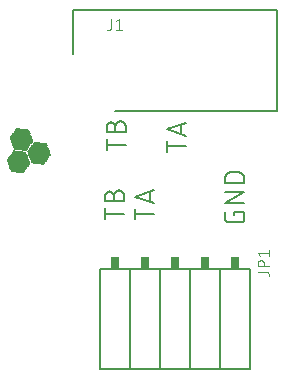
<source format=gbr>
G04 EAGLE Gerber RS-274X export*
G75*
%MOMM*%
%FSLAX34Y34*%
%LPD*%
%INSilkscreen Top*%
%IPPOS*%
%AMOC8*
5,1,8,0,0,1.08239X$1,22.5*%
G01*
%ADD10R,0.014731X0.014731*%
%ADD11R,0.147319X0.014731*%
%ADD12R,0.265175X0.014731*%
%ADD13R,0.383031X0.014731*%
%ADD14R,0.515619X0.014731*%
%ADD15R,0.633475X0.014731*%
%ADD16R,0.751331X0.014731*%
%ADD17R,0.883919X0.014731*%
%ADD18R,1.001775X0.014731*%
%ADD19R,1.119631X0.014731*%
%ADD20R,1.134363X0.014731*%
%ADD21R,1.149094X0.014731*%
%ADD22R,1.163825X0.014731*%
%ADD23R,1.178556X0.014731*%
%ADD24R,1.193288X0.014731*%
%ADD25R,1.222756X0.014731*%
%ADD26R,1.237488X0.014731*%
%ADD27R,1.266950X0.014731*%
%ADD28R,1.281681X0.014731*%
%ADD29R,1.311144X0.014731*%
%ADD30R,1.325881X0.014731*%
%ADD31R,1.355344X0.014731*%
%ADD32R,1.370075X0.014731*%
%ADD33R,1.384806X0.014731*%
%ADD34R,1.399538X0.014731*%
%ADD35R,1.414275X0.014731*%
%ADD36R,1.443738X0.014731*%
%ADD37R,1.458469X0.014731*%
%ADD38R,1.487931X0.014731*%
%ADD39R,1.502663X0.014731*%
%ADD40R,1.517394X0.014731*%
%ADD41R,1.532125X0.014731*%
%ADD42R,1.546856X0.014731*%
%ADD43R,1.576319X0.014731*%
%ADD44R,1.605788X0.014731*%
%ADD45R,1.620519X0.014731*%
%ADD46R,1.649981X0.014731*%
%ADD47R,1.664713X0.014731*%
%ADD48R,1.694175X0.014731*%
%ADD49R,1.708913X0.014731*%
%ADD50R,1.738375X0.014731*%
%ADD51R,1.753106X0.014731*%
%ADD52R,1.767838X0.014731*%
%ADD53R,1.782569X0.014731*%
%ADD54R,1.797306X0.014731*%
%ADD55R,0.117856X0.014731*%
%ADD56R,1.826769X0.014731*%
%ADD57R,0.235713X0.014731*%
%ADD58R,0.353569X0.014731*%
%ADD59R,1.856231X0.014731*%
%ADD60R,0.486156X0.014731*%
%ADD61R,1.870963X0.014731*%
%ADD62R,0.604013X0.014731*%
%ADD63R,0.721869X0.014731*%
%ADD64R,1.885694X0.014731*%
%ADD65R,0.839719X0.014731*%
%ADD66R,0.972306X0.014731*%
%ADD67R,1.090169X0.014731*%
%ADD68R,1.208025X0.014731*%
%ADD69R,1.252219X0.014731*%
%ADD70R,1.296412X0.014731*%
%ADD71R,1.340612X0.014731*%
%ADD72R,1.826763X0.014731*%
%ADD73R,1.414269X0.014731*%
%ADD74R,1.812031X0.014731*%
%ADD75R,1.429000X0.014731*%
%ADD76R,1.458462X0.014731*%
%ADD77R,1.473200X0.014731*%
%ADD78R,1.723644X0.014731*%
%ADD79R,1.694181X0.014731*%
%ADD80R,1.679450X0.014731*%
%ADD81R,1.561594X0.014731*%
%ADD82R,1.576325X0.014731*%
%ADD83R,1.591056X0.014731*%
%ADD84R,1.635250X0.014731*%
%ADD85R,1.561588X0.014731*%
%ADD86R,1.443731X0.014731*%
%ADD87R,1.797300X0.014731*%
%ADD88R,1.841500X0.014731*%
%ADD89R,1.311150X0.014731*%
%ADD90R,1.296419X0.014731*%
%ADD91R,1.193294X0.014731*%
%ADD92R,0.957575X0.014731*%
%ADD93R,0.589281X0.014731*%
%ADD94R,0.471425X0.014731*%
%ADD95R,0.220975X0.014731*%
%ADD96R,1.812038X0.014731*%
%ADD97R,0.103119X0.014731*%
%ADD98R,0.029463X0.014731*%
%ADD99R,0.162050X0.014731*%
%ADD100R,0.397763X0.014731*%
%ADD101R,0.648206X0.014731*%
%ADD102R,1.679444X0.014731*%
%ADD103R,1.016506X0.014731*%
%ADD104R,1.104900X0.014731*%
%ADD105R,1.222750X0.014731*%
%ADD106R,1.429006X0.014731*%
%ADD107R,1.208019X0.014731*%
%ADD108R,0.987044X0.014731*%
%ADD109R,0.854456X0.014731*%
%ADD110R,0.618744X0.014731*%
%ADD111R,0.500888X0.014731*%
%ADD112R,0.368300X0.014731*%
%ADD113R,0.132587X0.014731*%
%ADD114R,1.664719X0.014731*%
%ADD115R,1.075438X0.014731*%
%ADD116R,0.942844X0.014731*%
%ADD117R,0.707131X0.014731*%
%ADD118R,0.456694X0.014731*%
%ADD119R,0.088388X0.014731*%
%ADD120C,0.152400*%
%ADD121R,0.762000X1.016000*%
%ADD122C,0.101600*%
%ADD123C,0.200000*%
%ADD124C,0.076200*%


D10*
X-58588Y139299D03*
D11*
X-59103Y139446D03*
D12*
X-59693Y139593D03*
D13*
X-60135Y139741D03*
D14*
X-60650Y139888D03*
D15*
X-61092Y140035D03*
D16*
X-61681Y140183D03*
D17*
X-62197Y140330D03*
D18*
X-62639Y140477D03*
D19*
X-63081Y140625D03*
D20*
X-63155Y140772D03*
D21*
X-63081Y140919D03*
D22*
X-63007Y141067D03*
D23*
X-63081Y141214D03*
D24*
X-63007Y141361D03*
D25*
X-63007Y141508D03*
D26*
X-62934Y141656D03*
X-62934Y141803D03*
D27*
X-62934Y141950D03*
D28*
X-62860Y142098D03*
D29*
X-62860Y142245D03*
X-62860Y142392D03*
D30*
X-62786Y142540D03*
D31*
X-62786Y142687D03*
D32*
X-62713Y142834D03*
D33*
X-62786Y142982D03*
D34*
X-62713Y143129D03*
D35*
X-62639Y143276D03*
D36*
X-62639Y143424D03*
X-62639Y143571D03*
D37*
X-62565Y143718D03*
D38*
X-62565Y143866D03*
D39*
X-62492Y144013D03*
D40*
X-62565Y144160D03*
D41*
X-62492Y144308D03*
D42*
X-62418Y144455D03*
D43*
X-62418Y144602D03*
X-62418Y144750D03*
D44*
X-62418Y144897D03*
D45*
X-62344Y145044D03*
X-62344Y145191D03*
D46*
X-62344Y145339D03*
D47*
X-62271Y145486D03*
D48*
X-62271Y145633D03*
X-62271Y145781D03*
D49*
X-62197Y145928D03*
D50*
X-62197Y146075D03*
D51*
X-62123Y146223D03*
D52*
X-62197Y146370D03*
D53*
X-62123Y146517D03*
D54*
X-62050Y146665D03*
D55*
X-41572Y146665D03*
D56*
X-62050Y146812D03*
D57*
X-42161Y146812D03*
D56*
X-62050Y146959D03*
D58*
X-42603Y146959D03*
D59*
X-62050Y147107D03*
D60*
X-43119Y147107D03*
D61*
X-61976Y147254D03*
D62*
X-43561Y147254D03*
D61*
X-61976Y147401D03*
D63*
X-44150Y147401D03*
D64*
X-62050Y147549D03*
D65*
X-44592Y147549D03*
D64*
X-62050Y147696D03*
D66*
X-45108Y147696D03*
D61*
X-62123Y147843D03*
D67*
X-45550Y147843D03*
D64*
X-62197Y147991D03*
D19*
X-45697Y147991D03*
D64*
X-62197Y148138D03*
D21*
X-45697Y148138D03*
D64*
X-62344Y148285D03*
D22*
X-45624Y148285D03*
D64*
X-62344Y148433D03*
D23*
X-45550Y148433D03*
D61*
X-62418Y148580D03*
D24*
X-45624Y148580D03*
D64*
X-62492Y148727D03*
D68*
X-45550Y148727D03*
D64*
X-62492Y148874D03*
D26*
X-45550Y148874D03*
D64*
X-62639Y149022D03*
D69*
X-45476Y149022D03*
D64*
X-62639Y149169D03*
D69*
X-45476Y149169D03*
D61*
X-62713Y149316D03*
D28*
X-45476Y149316D03*
D64*
X-62786Y149464D03*
D70*
X-45403Y149464D03*
D64*
X-62786Y149611D03*
D30*
X-45403Y149611D03*
D64*
X-62934Y149758D03*
D30*
X-45403Y149758D03*
D64*
X-62934Y149906D03*
D71*
X-45329Y149906D03*
D61*
X-63007Y150053D03*
D32*
X-45329Y150053D03*
D59*
X-62934Y150200D03*
D33*
X-45255Y150200D03*
D59*
X-62934Y150348D03*
D34*
X-45329Y150348D03*
D72*
X-62934Y150495D03*
D73*
X-45255Y150495D03*
D74*
X-62860Y150642D03*
D75*
X-45182Y150642D03*
D53*
X-62860Y150790D03*
D76*
X-45182Y150790D03*
D53*
X-62860Y150937D03*
D76*
X-45182Y150937D03*
D52*
X-62786Y151084D03*
D77*
X-45108Y151084D03*
D50*
X-62786Y151232D03*
D39*
X-45108Y151232D03*
D78*
X-62713Y151379D03*
D39*
X-45108Y151379D03*
D49*
X-62786Y151526D03*
D41*
X-45108Y151526D03*
D79*
X-62713Y151674D03*
D42*
X-45034Y151674D03*
D80*
X-62639Y151821D03*
D81*
X-44961Y151821D03*
D46*
X-62639Y151968D03*
D82*
X-45034Y151968D03*
D46*
X-62639Y152116D03*
D83*
X-44961Y152116D03*
D84*
X-62565Y152263D03*
D45*
X-44961Y152263D03*
D44*
X-62565Y152410D03*
D84*
X-44887Y152410D03*
D44*
X-62565Y152557D03*
D84*
X-44887Y152557D03*
D82*
X-62565Y152705D03*
D47*
X-44887Y152705D03*
D85*
X-62492Y152852D03*
D80*
X-44813Y152852D03*
D42*
X-62418Y152999D03*
D49*
X-44813Y152999D03*
D41*
X-62492Y153147D03*
D49*
X-44813Y153147D03*
D40*
X-62418Y153294D03*
D78*
X-44740Y153294D03*
D38*
X-62418Y153441D03*
D51*
X-44740Y153441D03*
D77*
X-62344Y153589D03*
D52*
X-44666Y153589D03*
D77*
X-62344Y153736D03*
D53*
X-44740Y153736D03*
D86*
X-62344Y153883D03*
D87*
X-44666Y153883D03*
D75*
X-62271Y154031D03*
D74*
X-44592Y154031D03*
D34*
X-62271Y154178D03*
D88*
X-44592Y154178D03*
D34*
X-62271Y154325D03*
D88*
X-44592Y154325D03*
D33*
X-62197Y154473D03*
D61*
X-44592Y154473D03*
D31*
X-62197Y154620D03*
D64*
X-44519Y154620D03*
D71*
X-62123Y154767D03*
D61*
X-44592Y154767D03*
D30*
X-62197Y154915D03*
D64*
X-44666Y154915D03*
D89*
X-62123Y155062D03*
D64*
X-44666Y155062D03*
D90*
X-62050Y155209D03*
D61*
X-44740Y155209D03*
D27*
X-62050Y155357D03*
D64*
X-44813Y155357D03*
D27*
X-62050Y155504D03*
D64*
X-44813Y155504D03*
D69*
X-61976Y155651D03*
D64*
X-44961Y155651D03*
D25*
X-61976Y155799D03*
D64*
X-44961Y155799D03*
D68*
X-61902Y155946D03*
D61*
X-45034Y155946D03*
D91*
X-61976Y156093D03*
D64*
X-45108Y156093D03*
D23*
X-61902Y156240D03*
D64*
X-45108Y156240D03*
D22*
X-61829Y156388D03*
D64*
X-45255Y156388D03*
D21*
X-61902Y156535D03*
D64*
X-45255Y156535D03*
D20*
X-61829Y156682D03*
D61*
X-45329Y156682D03*
D67*
X-61902Y156830D03*
D64*
X-45403Y156830D03*
D92*
X-62418Y156977D03*
D64*
X-45403Y156977D03*
D65*
X-63007Y157124D03*
D64*
X-45550Y157124D03*
D63*
X-63449Y157272D03*
D64*
X-45550Y157272D03*
D93*
X-63965Y157419D03*
D59*
X-45550Y157419D03*
D94*
X-64407Y157566D03*
D88*
X-45476Y157566D03*
D58*
X-64996Y157714D03*
D88*
X-45476Y157714D03*
D95*
X-65512Y157861D03*
D96*
X-45476Y157861D03*
D97*
X-65954Y158008D03*
D54*
X-45403Y158008D03*
D98*
X-56157Y158156D03*
D53*
X-45476Y158156D03*
D99*
X-56673Y158303D03*
D52*
X-45403Y158303D03*
D12*
X-57188Y158450D03*
D51*
X-45329Y158450D03*
D100*
X-57704Y158598D03*
D78*
X-45329Y158598D03*
D14*
X-58146Y158745D03*
D78*
X-45329Y158745D03*
D101*
X-58661Y158892D03*
D79*
X-45329Y158892D03*
D16*
X-59177Y159040D03*
D102*
X-45255Y159040D03*
D17*
X-59693Y159187D03*
D47*
X-45182Y159187D03*
D103*
X-60208Y159334D03*
D46*
X-45255Y159334D03*
D104*
X-60650Y159482D03*
D84*
X-45182Y159482D03*
D20*
X-60650Y159629D03*
D45*
X-45108Y159629D03*
D21*
X-60576Y159776D03*
D83*
X-45108Y159776D03*
D22*
X-60503Y159923D03*
D83*
X-45108Y159923D03*
D23*
X-60576Y160071D03*
D85*
X-45108Y160071D03*
D24*
X-60503Y160218D03*
D42*
X-45034Y160218D03*
D105*
X-60503Y160365D03*
D41*
X-44961Y160365D03*
D26*
X-60429Y160513D03*
D40*
X-45034Y160513D03*
D26*
X-60429Y160660D03*
D39*
X-44961Y160660D03*
D27*
X-60429Y160807D03*
D77*
X-44961Y160807D03*
D28*
X-60356Y160955D03*
D37*
X-44887Y160955D03*
D29*
X-60356Y161102D03*
D37*
X-44887Y161102D03*
D29*
X-60356Y161249D03*
D106*
X-44887Y161249D03*
D30*
X-60282Y161397D03*
D73*
X-44813Y161397D03*
D31*
X-60282Y161544D03*
D33*
X-44813Y161544D03*
D32*
X-60208Y161691D03*
D33*
X-44813Y161691D03*
X-60282Y161839D03*
D32*
X-44740Y161839D03*
D34*
X-60208Y161986D03*
D71*
X-44740Y161986D03*
D73*
X-60135Y162133D03*
D71*
X-44740Y162133D03*
D36*
X-60135Y162281D03*
D89*
X-44740Y162281D03*
D36*
X-60135Y162428D03*
D70*
X-44666Y162428D03*
D77*
X-60135Y162575D03*
D28*
X-44592Y162575D03*
D38*
X-60061Y162723D03*
D27*
X-44666Y162723D03*
D39*
X-59987Y162870D03*
D69*
X-44592Y162870D03*
D40*
X-60061Y163017D03*
D25*
X-44592Y163017D03*
D41*
X-59987Y163165D03*
D107*
X-44519Y163165D03*
D85*
X-59987Y163312D03*
D107*
X-44519Y163312D03*
D43*
X-59914Y163459D03*
D23*
X-44519Y163459D03*
D43*
X-59914Y163606D03*
D22*
X-44445Y163606D03*
D44*
X-59914Y163754D03*
D21*
X-44371Y163754D03*
D45*
X-59840Y163901D03*
D20*
X-44445Y163901D03*
D45*
X-59840Y164048D03*
D104*
X-44445Y164048D03*
D46*
X-59840Y164196D03*
D108*
X-44887Y164196D03*
D47*
X-59766Y164343D03*
D109*
X-45403Y164343D03*
D48*
X-59766Y164490D03*
D16*
X-45918Y164490D03*
D48*
X-59766Y164638D03*
D110*
X-46434Y164638D03*
D49*
X-59693Y164785D03*
D111*
X-46876Y164785D03*
D50*
X-59693Y164932D03*
D112*
X-47391Y164932D03*
D51*
X-59619Y165080D03*
D12*
X-47907Y165080D03*
D52*
X-59693Y165227D03*
D113*
X-48423Y165227D03*
D53*
X-59619Y165374D03*
D10*
X-48865Y165374D03*
D54*
X-59545Y165522D03*
D56*
X-59545Y165669D03*
X-59545Y165816D03*
D59*
X-59545Y165964D03*
D61*
X-59472Y166111D03*
X-59472Y166258D03*
D64*
X-59545Y166406D03*
X-59545Y166553D03*
X-59693Y166700D03*
X-59693Y166848D03*
D61*
X-59766Y166995D03*
D64*
X-59840Y167142D03*
X-59840Y167289D03*
X-59987Y167437D03*
X-59987Y167584D03*
D61*
X-60061Y167731D03*
D64*
X-60135Y167879D03*
X-60135Y168026D03*
D61*
X-60208Y168173D03*
D64*
X-60282Y168321D03*
X-60282Y168468D03*
X-60429Y168615D03*
X-60429Y168763D03*
D61*
X-60503Y168910D03*
D59*
X-60429Y169057D03*
X-60429Y169205D03*
D72*
X-60429Y169352D03*
D74*
X-60356Y169499D03*
D53*
X-60356Y169647D03*
X-60356Y169794D03*
D52*
X-60282Y169941D03*
D50*
X-60282Y170089D03*
D78*
X-60208Y170236D03*
D49*
X-60282Y170383D03*
D79*
X-60208Y170531D03*
D80*
X-60135Y170678D03*
D114*
X-60208Y170825D03*
D46*
X-60135Y170972D03*
D45*
X-60135Y171120D03*
D44*
X-60061Y171267D03*
X-60061Y171414D03*
D82*
X-60061Y171562D03*
D85*
X-59987Y171709D03*
D41*
X-59987Y171856D03*
X-59987Y172004D03*
D40*
X-59914Y172151D03*
D38*
X-59914Y172298D03*
D77*
X-59840Y172446D03*
X-59840Y172593D03*
D86*
X-59840Y172740D03*
D75*
X-59766Y172888D03*
D34*
X-59766Y173035D03*
X-59766Y173182D03*
D33*
X-59693Y173330D03*
D31*
X-59693Y173477D03*
D71*
X-59619Y173624D03*
D30*
X-59693Y173772D03*
D89*
X-59619Y173919D03*
D90*
X-59545Y174066D03*
D27*
X-59545Y174214D03*
X-59545Y174361D03*
D26*
X-59545Y174508D03*
D25*
X-59472Y174655D03*
D68*
X-59398Y174803D03*
D91*
X-59472Y174950D03*
D23*
X-59398Y175097D03*
D21*
X-59398Y175245D03*
X-59398Y175392D03*
D20*
X-59324Y175539D03*
D115*
X-59472Y175687D03*
D116*
X-59987Y175834D03*
D65*
X-60503Y175981D03*
D117*
X-61018Y176129D03*
D93*
X-61460Y176276D03*
D118*
X-61976Y176423D03*
D58*
X-62492Y176571D03*
D95*
X-63007Y176718D03*
D119*
X-63523Y176865D03*
D120*
X10922Y105131D02*
X27178Y105131D01*
X10922Y100616D02*
X10922Y109647D01*
X18147Y115937D02*
X18147Y120452D01*
X18146Y120452D02*
X18148Y120585D01*
X18154Y120717D01*
X18164Y120849D01*
X18177Y120981D01*
X18195Y121113D01*
X18216Y121243D01*
X18241Y121374D01*
X18270Y121503D01*
X18303Y121631D01*
X18339Y121759D01*
X18379Y121885D01*
X18423Y122010D01*
X18471Y122134D01*
X18522Y122256D01*
X18577Y122377D01*
X18635Y122496D01*
X18697Y122614D01*
X18762Y122729D01*
X18831Y122843D01*
X18902Y122954D01*
X18978Y123063D01*
X19056Y123170D01*
X19137Y123275D01*
X19222Y123377D01*
X19309Y123477D01*
X19399Y123574D01*
X19492Y123669D01*
X19588Y123760D01*
X19686Y123849D01*
X19787Y123935D01*
X19891Y124018D01*
X19997Y124098D01*
X20105Y124174D01*
X20215Y124248D01*
X20328Y124318D01*
X20442Y124385D01*
X20559Y124448D01*
X20677Y124508D01*
X20797Y124565D01*
X20919Y124618D01*
X21042Y124667D01*
X21166Y124713D01*
X21292Y124755D01*
X21419Y124793D01*
X21547Y124828D01*
X21676Y124859D01*
X21805Y124886D01*
X21936Y124909D01*
X22067Y124929D01*
X22199Y124944D01*
X22331Y124956D01*
X22463Y124964D01*
X22596Y124968D01*
X22728Y124968D01*
X22861Y124964D01*
X22993Y124956D01*
X23125Y124944D01*
X23257Y124929D01*
X23388Y124909D01*
X23519Y124886D01*
X23648Y124859D01*
X23777Y124828D01*
X23905Y124793D01*
X24032Y124755D01*
X24158Y124713D01*
X24282Y124667D01*
X24405Y124618D01*
X24527Y124565D01*
X24647Y124508D01*
X24765Y124448D01*
X24882Y124385D01*
X24996Y124318D01*
X25109Y124248D01*
X25219Y124174D01*
X25327Y124098D01*
X25433Y124018D01*
X25537Y123935D01*
X25638Y123849D01*
X25736Y123760D01*
X25832Y123669D01*
X25925Y123574D01*
X26015Y123477D01*
X26102Y123377D01*
X26187Y123275D01*
X26268Y123170D01*
X26346Y123063D01*
X26422Y122954D01*
X26493Y122843D01*
X26562Y122729D01*
X26627Y122614D01*
X26689Y122496D01*
X26747Y122377D01*
X26802Y122256D01*
X26853Y122134D01*
X26901Y122010D01*
X26945Y121885D01*
X26985Y121759D01*
X27021Y121631D01*
X27054Y121503D01*
X27083Y121374D01*
X27108Y121243D01*
X27129Y121113D01*
X27147Y120981D01*
X27160Y120849D01*
X27170Y120717D01*
X27176Y120585D01*
X27178Y120452D01*
X27178Y115937D01*
X10922Y115937D01*
X10922Y120452D01*
X10924Y120571D01*
X10930Y120691D01*
X10940Y120810D01*
X10954Y120928D01*
X10971Y121047D01*
X10993Y121164D01*
X11018Y121281D01*
X11048Y121396D01*
X11081Y121511D01*
X11118Y121625D01*
X11158Y121737D01*
X11203Y121848D01*
X11251Y121957D01*
X11302Y122065D01*
X11357Y122171D01*
X11416Y122275D01*
X11478Y122377D01*
X11543Y122477D01*
X11612Y122575D01*
X11684Y122671D01*
X11759Y122764D01*
X11836Y122854D01*
X11917Y122942D01*
X12001Y123027D01*
X12088Y123109D01*
X12177Y123189D01*
X12269Y123265D01*
X12363Y123339D01*
X12460Y123409D01*
X12558Y123476D01*
X12659Y123540D01*
X12763Y123600D01*
X12868Y123657D01*
X12975Y123710D01*
X13083Y123760D01*
X13193Y123806D01*
X13305Y123848D01*
X13418Y123887D01*
X13532Y123922D01*
X13647Y123953D01*
X13764Y123981D01*
X13881Y124004D01*
X13998Y124024D01*
X14117Y124040D01*
X14236Y124052D01*
X14355Y124060D01*
X14474Y124064D01*
X14594Y124064D01*
X14713Y124060D01*
X14832Y124052D01*
X14951Y124040D01*
X15070Y124024D01*
X15187Y124004D01*
X15304Y123981D01*
X15421Y123953D01*
X15536Y123922D01*
X15650Y123887D01*
X15763Y123848D01*
X15875Y123806D01*
X15985Y123760D01*
X16093Y123710D01*
X16200Y123657D01*
X16305Y123600D01*
X16409Y123540D01*
X16510Y123476D01*
X16608Y123409D01*
X16705Y123339D01*
X16799Y123265D01*
X16891Y123189D01*
X16980Y123109D01*
X17067Y123027D01*
X17151Y122942D01*
X17232Y122854D01*
X17309Y122764D01*
X17384Y122671D01*
X17456Y122575D01*
X17525Y122477D01*
X17590Y122377D01*
X17652Y122275D01*
X17711Y122171D01*
X17766Y122065D01*
X17817Y121957D01*
X17865Y121848D01*
X17910Y121737D01*
X17950Y121625D01*
X17987Y121511D01*
X18020Y121396D01*
X18050Y121281D01*
X18075Y121164D01*
X18097Y121047D01*
X18114Y120928D01*
X18128Y120810D01*
X18138Y120691D01*
X18144Y120571D01*
X18146Y120452D01*
X36322Y104960D02*
X52578Y104960D01*
X36322Y100445D02*
X36322Y109476D01*
X36322Y119549D02*
X52578Y114131D01*
X52578Y124968D02*
X36322Y119549D01*
X48514Y123613D02*
X48514Y115485D01*
X119747Y106861D02*
X119747Y104152D01*
X119747Y106861D02*
X128778Y106861D01*
X128778Y101443D01*
X128776Y101325D01*
X128770Y101207D01*
X128761Y101089D01*
X128747Y100972D01*
X128730Y100855D01*
X128709Y100738D01*
X128684Y100623D01*
X128655Y100508D01*
X128622Y100394D01*
X128586Y100282D01*
X128546Y100171D01*
X128503Y100061D01*
X128456Y99952D01*
X128406Y99845D01*
X128351Y99740D01*
X128294Y99637D01*
X128233Y99536D01*
X128169Y99436D01*
X128102Y99339D01*
X128032Y99244D01*
X127958Y99152D01*
X127882Y99061D01*
X127802Y98974D01*
X127720Y98889D01*
X127635Y98807D01*
X127548Y98727D01*
X127457Y98651D01*
X127365Y98577D01*
X127270Y98507D01*
X127173Y98440D01*
X127073Y98376D01*
X126972Y98315D01*
X126869Y98258D01*
X126764Y98203D01*
X126657Y98153D01*
X126548Y98106D01*
X126438Y98063D01*
X126327Y98023D01*
X126215Y97987D01*
X126101Y97954D01*
X125986Y97925D01*
X125871Y97900D01*
X125754Y97879D01*
X125637Y97862D01*
X125520Y97848D01*
X125402Y97839D01*
X125284Y97833D01*
X125166Y97831D01*
X125166Y97830D02*
X116134Y97830D01*
X116016Y97832D01*
X115898Y97838D01*
X115780Y97847D01*
X115662Y97861D01*
X115545Y97878D01*
X115429Y97899D01*
X115314Y97924D01*
X115199Y97953D01*
X115085Y97986D01*
X114973Y98022D01*
X114861Y98062D01*
X114751Y98105D01*
X114643Y98152D01*
X114536Y98203D01*
X114431Y98257D01*
X114328Y98314D01*
X114226Y98375D01*
X114127Y98439D01*
X114030Y98506D01*
X113935Y98577D01*
X113842Y98650D01*
X113752Y98727D01*
X113664Y98806D01*
X113579Y98888D01*
X113497Y98973D01*
X113418Y99061D01*
X113341Y99151D01*
X113268Y99244D01*
X113197Y99338D01*
X113130Y99436D01*
X113066Y99535D01*
X113005Y99636D01*
X112948Y99740D01*
X112894Y99845D01*
X112843Y99952D01*
X112796Y100060D01*
X112753Y100170D01*
X112713Y100282D01*
X112677Y100394D01*
X112644Y100508D01*
X112615Y100623D01*
X112590Y100738D01*
X112569Y100854D01*
X112552Y100971D01*
X112538Y101089D01*
X112529Y101207D01*
X112523Y101325D01*
X112521Y101443D01*
X112522Y101443D02*
X112522Y106861D01*
X112522Y114504D02*
X128778Y114504D01*
X128778Y123535D02*
X112522Y114504D01*
X112522Y123535D02*
X128778Y123535D01*
X128778Y131177D02*
X112522Y131177D01*
X112522Y135692D01*
X112524Y135823D01*
X112530Y135955D01*
X112539Y136086D01*
X112553Y136216D01*
X112570Y136347D01*
X112591Y136476D01*
X112615Y136605D01*
X112644Y136733D01*
X112676Y136861D01*
X112712Y136987D01*
X112751Y137112D01*
X112794Y137237D01*
X112841Y137359D01*
X112891Y137481D01*
X112945Y137601D01*
X113002Y137719D01*
X113063Y137835D01*
X113127Y137950D01*
X113194Y138063D01*
X113265Y138174D01*
X113339Y138282D01*
X113416Y138389D01*
X113496Y138493D01*
X113579Y138595D01*
X113664Y138694D01*
X113753Y138791D01*
X113845Y138885D01*
X113939Y138977D01*
X114036Y139066D01*
X114135Y139151D01*
X114237Y139234D01*
X114341Y139314D01*
X114448Y139391D01*
X114556Y139465D01*
X114667Y139536D01*
X114780Y139603D01*
X114895Y139667D01*
X115011Y139728D01*
X115129Y139785D01*
X115249Y139839D01*
X115371Y139889D01*
X115493Y139936D01*
X115618Y139979D01*
X115743Y140018D01*
X115869Y140054D01*
X115997Y140086D01*
X116125Y140115D01*
X116254Y140139D01*
X116383Y140160D01*
X116514Y140177D01*
X116644Y140191D01*
X116775Y140200D01*
X116907Y140206D01*
X117038Y140208D01*
X124262Y140208D01*
X124393Y140206D01*
X124525Y140200D01*
X124656Y140191D01*
X124786Y140177D01*
X124917Y140160D01*
X125046Y140139D01*
X125175Y140115D01*
X125303Y140086D01*
X125431Y140054D01*
X125557Y140018D01*
X125682Y139979D01*
X125807Y139936D01*
X125929Y139889D01*
X126051Y139839D01*
X126171Y139785D01*
X126289Y139728D01*
X126405Y139667D01*
X126520Y139603D01*
X126633Y139536D01*
X126744Y139465D01*
X126852Y139391D01*
X126959Y139314D01*
X127063Y139234D01*
X127165Y139151D01*
X127264Y139066D01*
X127361Y138977D01*
X127455Y138885D01*
X127547Y138791D01*
X127636Y138694D01*
X127721Y138595D01*
X127804Y138493D01*
X127884Y138389D01*
X127961Y138282D01*
X128035Y138174D01*
X128106Y138063D01*
X128173Y137950D01*
X128237Y137835D01*
X128298Y137719D01*
X128355Y137601D01*
X128409Y137481D01*
X128459Y137359D01*
X128506Y137237D01*
X128549Y137112D01*
X128588Y136987D01*
X128624Y136861D01*
X128656Y136733D01*
X128685Y136605D01*
X128709Y136476D01*
X128730Y136346D01*
X128747Y136216D01*
X128761Y136086D01*
X128770Y135955D01*
X128776Y135823D01*
X128778Y135692D01*
X128778Y131177D01*
X28448Y163551D02*
X12192Y163551D01*
X12192Y159036D02*
X12192Y168067D01*
X19417Y174357D02*
X19417Y178872D01*
X19416Y178872D02*
X19418Y179005D01*
X19424Y179137D01*
X19434Y179269D01*
X19447Y179401D01*
X19465Y179533D01*
X19486Y179663D01*
X19511Y179794D01*
X19540Y179923D01*
X19573Y180051D01*
X19609Y180179D01*
X19649Y180305D01*
X19693Y180430D01*
X19741Y180554D01*
X19792Y180676D01*
X19847Y180797D01*
X19905Y180916D01*
X19967Y181034D01*
X20032Y181149D01*
X20101Y181263D01*
X20172Y181374D01*
X20248Y181483D01*
X20326Y181590D01*
X20407Y181695D01*
X20492Y181797D01*
X20579Y181897D01*
X20669Y181994D01*
X20762Y182089D01*
X20858Y182180D01*
X20956Y182269D01*
X21057Y182355D01*
X21161Y182438D01*
X21267Y182518D01*
X21375Y182594D01*
X21485Y182668D01*
X21598Y182738D01*
X21712Y182805D01*
X21829Y182868D01*
X21947Y182928D01*
X22067Y182985D01*
X22189Y183038D01*
X22312Y183087D01*
X22436Y183133D01*
X22562Y183175D01*
X22689Y183213D01*
X22817Y183248D01*
X22946Y183279D01*
X23075Y183306D01*
X23206Y183329D01*
X23337Y183349D01*
X23469Y183364D01*
X23601Y183376D01*
X23733Y183384D01*
X23866Y183388D01*
X23998Y183388D01*
X24131Y183384D01*
X24263Y183376D01*
X24395Y183364D01*
X24527Y183349D01*
X24658Y183329D01*
X24789Y183306D01*
X24918Y183279D01*
X25047Y183248D01*
X25175Y183213D01*
X25302Y183175D01*
X25428Y183133D01*
X25552Y183087D01*
X25675Y183038D01*
X25797Y182985D01*
X25917Y182928D01*
X26035Y182868D01*
X26152Y182805D01*
X26266Y182738D01*
X26379Y182668D01*
X26489Y182594D01*
X26597Y182518D01*
X26703Y182438D01*
X26807Y182355D01*
X26908Y182269D01*
X27006Y182180D01*
X27102Y182089D01*
X27195Y181994D01*
X27285Y181897D01*
X27372Y181797D01*
X27457Y181695D01*
X27538Y181590D01*
X27616Y181483D01*
X27692Y181374D01*
X27763Y181263D01*
X27832Y181149D01*
X27897Y181034D01*
X27959Y180916D01*
X28017Y180797D01*
X28072Y180676D01*
X28123Y180554D01*
X28171Y180430D01*
X28215Y180305D01*
X28255Y180179D01*
X28291Y180051D01*
X28324Y179923D01*
X28353Y179794D01*
X28378Y179663D01*
X28399Y179533D01*
X28417Y179401D01*
X28430Y179269D01*
X28440Y179137D01*
X28446Y179005D01*
X28448Y178872D01*
X28448Y174357D01*
X12192Y174357D01*
X12192Y178872D01*
X12194Y178991D01*
X12200Y179111D01*
X12210Y179230D01*
X12224Y179348D01*
X12241Y179467D01*
X12263Y179584D01*
X12288Y179701D01*
X12318Y179816D01*
X12351Y179931D01*
X12388Y180045D01*
X12428Y180157D01*
X12473Y180268D01*
X12521Y180377D01*
X12572Y180485D01*
X12627Y180591D01*
X12686Y180695D01*
X12748Y180797D01*
X12813Y180897D01*
X12882Y180995D01*
X12954Y181091D01*
X13029Y181184D01*
X13106Y181274D01*
X13187Y181362D01*
X13271Y181447D01*
X13358Y181529D01*
X13447Y181609D01*
X13539Y181685D01*
X13633Y181759D01*
X13730Y181829D01*
X13828Y181896D01*
X13929Y181960D01*
X14033Y182020D01*
X14138Y182077D01*
X14245Y182130D01*
X14353Y182180D01*
X14463Y182226D01*
X14575Y182268D01*
X14688Y182307D01*
X14802Y182342D01*
X14917Y182373D01*
X15034Y182401D01*
X15151Y182424D01*
X15268Y182444D01*
X15387Y182460D01*
X15506Y182472D01*
X15625Y182480D01*
X15744Y182484D01*
X15864Y182484D01*
X15983Y182480D01*
X16102Y182472D01*
X16221Y182460D01*
X16340Y182444D01*
X16457Y182424D01*
X16574Y182401D01*
X16691Y182373D01*
X16806Y182342D01*
X16920Y182307D01*
X17033Y182268D01*
X17145Y182226D01*
X17255Y182180D01*
X17363Y182130D01*
X17470Y182077D01*
X17575Y182020D01*
X17679Y181960D01*
X17780Y181896D01*
X17878Y181829D01*
X17975Y181759D01*
X18069Y181685D01*
X18161Y181609D01*
X18250Y181529D01*
X18337Y181447D01*
X18421Y181362D01*
X18502Y181274D01*
X18579Y181184D01*
X18654Y181091D01*
X18726Y180995D01*
X18795Y180897D01*
X18860Y180797D01*
X18922Y180695D01*
X18981Y180591D01*
X19036Y180485D01*
X19087Y180377D01*
X19135Y180268D01*
X19180Y180157D01*
X19220Y180045D01*
X19257Y179931D01*
X19290Y179816D01*
X19320Y179701D01*
X19345Y179584D01*
X19367Y179467D01*
X19384Y179348D01*
X19398Y179230D01*
X19408Y179111D01*
X19414Y178991D01*
X19416Y178872D01*
X62992Y162110D02*
X79248Y162110D01*
X62992Y157595D02*
X62992Y166626D01*
X62992Y176699D02*
X79248Y171281D01*
X79248Y182118D02*
X62992Y176699D01*
X75184Y180763D02*
X75184Y172635D01*
X107950Y58680D02*
X133350Y58680D01*
X107950Y58680D02*
X107950Y-26320D01*
X133350Y-26320D01*
X133350Y58680D01*
X107950Y58680D02*
X82550Y58680D01*
X82550Y-26320D01*
X107950Y-26320D01*
X82550Y58680D02*
X57150Y58680D01*
X57150Y-26320D01*
X82550Y-26320D01*
X57150Y58680D02*
X31750Y58680D01*
X31750Y-26320D01*
X57150Y-26320D01*
X31750Y58680D02*
X6350Y58680D01*
X6350Y-26320D01*
X31750Y-26320D01*
D121*
X120650Y63760D03*
X95250Y63760D03*
X69850Y63760D03*
X44450Y63760D03*
X19050Y63760D03*
D122*
X140208Y55871D02*
X147320Y55871D01*
X147409Y55869D01*
X147497Y55863D01*
X147585Y55854D01*
X147673Y55840D01*
X147760Y55823D01*
X147846Y55802D01*
X147931Y55777D01*
X148015Y55748D01*
X148098Y55716D01*
X148179Y55681D01*
X148258Y55641D01*
X148336Y55599D01*
X148412Y55553D01*
X148486Y55504D01*
X148557Y55451D01*
X148626Y55396D01*
X148693Y55337D01*
X148757Y55276D01*
X148818Y55212D01*
X148877Y55145D01*
X148932Y55076D01*
X148985Y55005D01*
X149034Y54931D01*
X149080Y54855D01*
X149122Y54777D01*
X149162Y54698D01*
X149197Y54617D01*
X149229Y54534D01*
X149258Y54450D01*
X149283Y54365D01*
X149304Y54279D01*
X149321Y54192D01*
X149335Y54104D01*
X149344Y54016D01*
X149350Y53928D01*
X149352Y53839D01*
X149352Y52823D01*
X149352Y60655D02*
X140208Y60655D01*
X140208Y63195D01*
X140210Y63295D01*
X140216Y63394D01*
X140226Y63494D01*
X140239Y63592D01*
X140257Y63691D01*
X140278Y63788D01*
X140303Y63884D01*
X140332Y63980D01*
X140365Y64074D01*
X140401Y64167D01*
X140441Y64258D01*
X140485Y64348D01*
X140532Y64436D01*
X140582Y64522D01*
X140636Y64606D01*
X140693Y64688D01*
X140753Y64767D01*
X140817Y64845D01*
X140883Y64919D01*
X140952Y64991D01*
X141024Y65060D01*
X141098Y65126D01*
X141176Y65190D01*
X141255Y65250D01*
X141337Y65307D01*
X141421Y65361D01*
X141507Y65411D01*
X141595Y65458D01*
X141685Y65502D01*
X141776Y65542D01*
X141869Y65578D01*
X141963Y65611D01*
X142059Y65640D01*
X142155Y65665D01*
X142252Y65686D01*
X142351Y65704D01*
X142449Y65717D01*
X142549Y65727D01*
X142648Y65733D01*
X142748Y65735D01*
X142848Y65733D01*
X142947Y65727D01*
X143047Y65717D01*
X143145Y65704D01*
X143244Y65686D01*
X143341Y65665D01*
X143437Y65640D01*
X143533Y65611D01*
X143627Y65578D01*
X143720Y65542D01*
X143811Y65502D01*
X143901Y65458D01*
X143989Y65411D01*
X144075Y65361D01*
X144159Y65307D01*
X144241Y65250D01*
X144320Y65190D01*
X144398Y65126D01*
X144472Y65060D01*
X144544Y64991D01*
X144613Y64919D01*
X144679Y64845D01*
X144743Y64767D01*
X144803Y64688D01*
X144860Y64606D01*
X144914Y64522D01*
X144964Y64436D01*
X145011Y64348D01*
X145055Y64258D01*
X145095Y64167D01*
X145131Y64074D01*
X145164Y63980D01*
X145193Y63884D01*
X145218Y63788D01*
X145239Y63691D01*
X145257Y63592D01*
X145270Y63494D01*
X145280Y63394D01*
X145286Y63295D01*
X145288Y63195D01*
X145288Y60655D01*
X142240Y69342D02*
X140208Y71882D01*
X149352Y71882D01*
X149352Y69342D02*
X149352Y74422D01*
D123*
X156050Y192030D02*
X19050Y192030D01*
X156050Y192030D02*
X156050Y278030D01*
X-16350Y278030D01*
X-16350Y240030D01*
D124*
X15910Y262819D02*
X15910Y270129D01*
X15910Y262819D02*
X15908Y262730D01*
X15902Y262642D01*
X15893Y262554D01*
X15880Y262466D01*
X15863Y262379D01*
X15843Y262293D01*
X15818Y262208D01*
X15791Y262123D01*
X15759Y262040D01*
X15725Y261959D01*
X15686Y261879D01*
X15645Y261801D01*
X15600Y261724D01*
X15552Y261650D01*
X15501Y261577D01*
X15447Y261507D01*
X15389Y261440D01*
X15329Y261374D01*
X15267Y261312D01*
X15201Y261252D01*
X15134Y261194D01*
X15064Y261140D01*
X14991Y261089D01*
X14917Y261041D01*
X14840Y260996D01*
X14762Y260955D01*
X14682Y260916D01*
X14601Y260882D01*
X14518Y260850D01*
X14433Y260823D01*
X14348Y260798D01*
X14262Y260778D01*
X14175Y260761D01*
X14087Y260748D01*
X13999Y260739D01*
X13911Y260733D01*
X13822Y260731D01*
X12777Y260731D01*
X20102Y268041D02*
X22712Y270129D01*
X22712Y260731D01*
X20102Y260731D02*
X25323Y260731D01*
M02*

</source>
